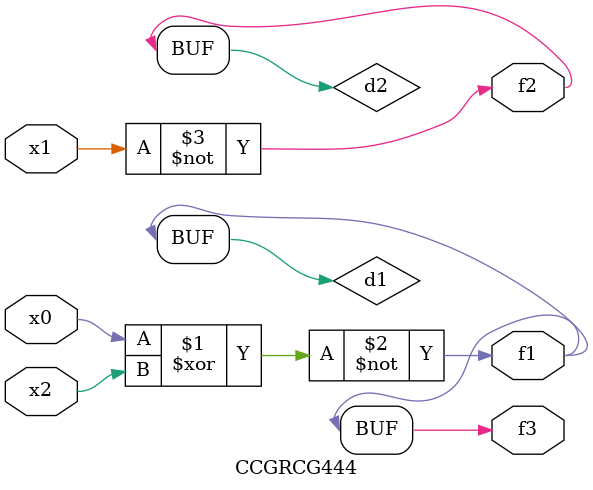
<source format=v>
module CCGRCG444(
	input x0, x1, x2,
	output f1, f2, f3
);

	wire d1, d2, d3;

	xnor (d1, x0, x2);
	nand (d2, x1);
	nor (d3, x1, x2);
	assign f1 = d1;
	assign f2 = d2;
	assign f3 = d1;
endmodule

</source>
